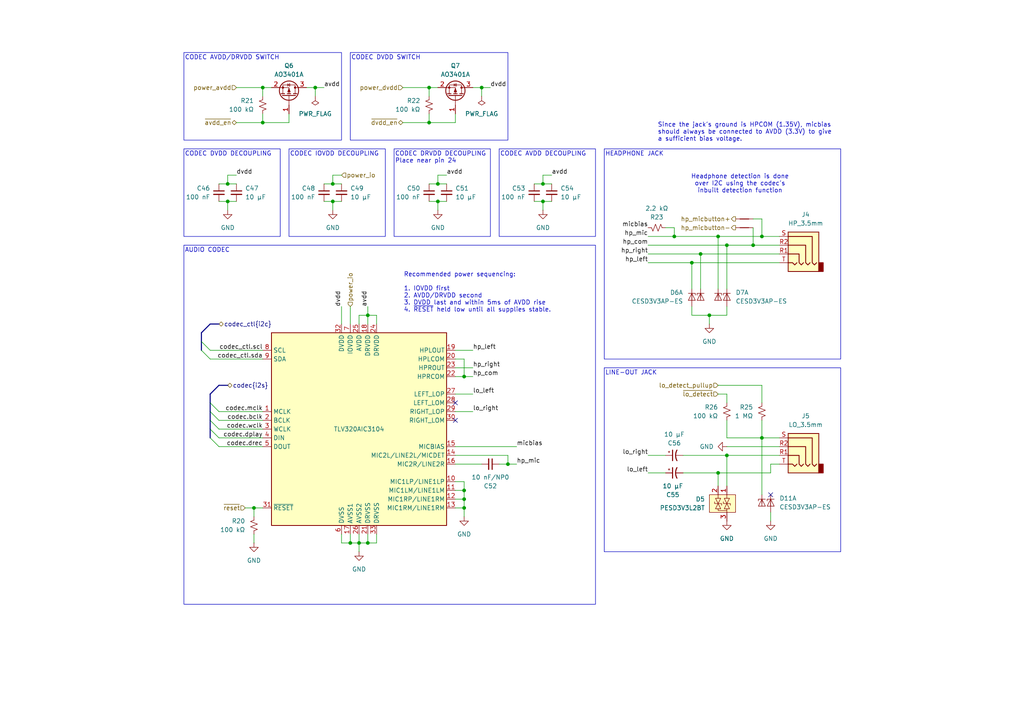
<source format=kicad_sch>
(kicad_sch (version 20250114) (generator "eeschema") (generator_version "9.0")
  (paper "A4")
  (title_block (title "Audio CODEC & 3.5mm jacks") (date "2024-11-14") (rev "Rev1") (comment 1 "Author: Aidan MacDonald") (comment 2 "Status: Released") (comment 3 "NOT RECOMMENDED FOR MANUFACTURE"))
  (lib_symbols
    (symbol "Connector_Audio:AudioJack4"
      (property "Reference" "J" (at 0 8.89 0))
      (property "Value" "AudioJack4" (at 0 6.35 0))
      (symbol "AudioJack4_0_1"
        (rectangle (start -6.35 -5.08) (end -7.62 -7.62) (stroke (width 0.254)) (fill (type outline)))
        (polyline (pts (xy -5.715 -5.08) (xy -5.08 -5.715) (xy -4.445 -5.08) (xy -4.445 2.54) (xy 2.54 2.54)) (stroke (width 0.254)))
        (polyline (pts (xy -1.905 -5.08) (xy -1.27 -5.715) (xy -0.635 -5.08) (xy -0.635 -2.54) (xy 2.54 -2.54)) (stroke (width 0.254)))
        (polyline (pts (xy 0 -5.08) (xy 0.635 -5.715) (xy 1.27 -5.08) (xy 2.54 -5.08)) (stroke (width 0.254)))
        (rectangle (start 2.54 3.81) (end -6.35 -7.62) (stroke (width 0.254)) (fill (type background)))
        (polyline (pts (xy 2.54 0) (xy -2.54 0) (xy -2.54 -5.08) (xy -3.175 -5.715) (xy -3.81 -5.08)) (stroke (width 0.254)))
      )
      (symbol "AudioJack4_1_1"
        (pin passive line (at 5.08 2.54 180) (length 2.54) (name "~") (number "S"))
        (pin passive line (at 5.08 0 180) (length 2.54) (name "~") (number "R2"))
        (pin passive line (at 5.08 -2.54 180) (length 2.54) (name "~") (number "R1"))
        (pin passive line (at 5.08 -5.08 180) (length 2.54) (name "~") (number "T"))
      )
    )
    (symbol "Device:C_Polarized_Small_US" (pin_numbers (hide yes)) (pin_names (offset 0.254) (hide yes))
      (property "Reference" "C" (at 0.254 1.778 0))
      (property "Value" "C_Polarized_Small_US" (at 0.254 -2.032 0))
      (symbol "C_Polarized_Small_US_0_1"
        (polyline (pts (xy -1.524 0.508) (xy 1.524 0.508)) (stroke (width 0.3048)))
        (polyline (pts (xy -1.27 1.524) (xy -0.762 1.524)))
        (polyline (pts (xy -1.016 1.27) (xy -1.016 1.778)))
        (arc (start -1.524 -0.762) (mid 0 -0.3734) (end 1.524 -0.762) (stroke (width 0.3048)))
      )
      (symbol "C_Polarized_Small_US_1_1"
        (pin passive line (at 0 2.54 270) (length 2.032) (name "~") (number "1"))
        (pin passive line (at 0 -2.54 90) (length 2.032) (name "~") (number "2"))
      )
    )
    (symbol "Device:C_Small" (pin_numbers (hide yes)) (pin_names (offset 0.254) (hide yes))
      (property "Reference" "C" (at 0.254 1.778 0))
      (property "Value" "C_Small" (at 0.254 -2.032 0))
      (symbol "C_Small_0_1"
        (polyline (pts (xy -1.524 0.508) (xy 1.524 0.508)) (stroke (width 0.3048)))
        (polyline (pts (xy -1.524 -0.508) (xy 1.524 -0.508)) (stroke (width 0.3302)))
      )
      (symbol "C_Small_1_1"
        (pin passive line (at 0 2.54 270) (length 2.032) (name "~") (number "1"))
        (pin passive line (at 0 -2.54 90) (length 2.032) (name "~") (number "2"))
      )
    )
    (symbol "Device:NetTie_2" (pin_numbers (hide yes)) (pin_names (offset 0) (hide yes)) (in_bom no)
      (property "Reference" "NT" (at 0 1.27 0))
      (property "Value" "NetTie_2" (at 0 -1.27 0))
      (symbol "NetTie_2_0_1"
        (polyline (pts (xy -1.27 0) (xy 1.27 0)) (stroke (width 0.254)))
      )
      (symbol "NetTie_2_1_1"
        (pin passive line (at -2.54 0 0) (length 2.54) (name "1") (number "1"))
        (pin passive line (at 2.54 0 180) (length 2.54) (name "2") (number "2"))
      )
    )
    (symbol "Device:R_Small_US" (pin_numbers (hide yes)) (pin_names (offset 0.254) (hide yes))
      (property "Reference" "R" (at 0.762 0.508 0))
      (property "Value" "R_Small_US" (at 0.762 -1.016 0))
      (symbol "R_Small_US_1_1"
        (polyline (pts (xy 0 1.524) (xy 1.016 1.143) (xy 0 0.762) (xy -1.016 0.381) (xy 0 0)))
        (polyline (pts (xy 0 0) (xy 1.016 -0.381) (xy 0 -0.762) (xy -1.016 -1.143) (xy 0 -1.524)))
        (pin passive line (at 0 2.54 270) (length 1.016) (name "~") (number "1"))
        (pin passive line (at 0 -2.54 90) (length 1.016) (name "~") (number "2"))
      )
    )
    (symbol "Transistor_FET:Q_PMOS_GSD" (pin_names (offset 0) (hide yes))
      (property "Reference" "Q" (at 5.08 1.905 0))
      (property "Value" "Q_PMOS_GSD" (at 5.08 0 0))
      (symbol "Q_PMOS_GSD_0_1"
        (polyline (pts (xy 0.254 1.905) (xy 0.254 -1.905)) (stroke (width 0.254)))
        (polyline (pts (xy 0.254 0) (xy -2.54 0)))
        (polyline (pts (xy 0.762 2.286) (xy 0.762 1.27)) (stroke (width 0.254)))
        (polyline (pts (xy 0.762 1.778) (xy 3.302 1.778) (xy 3.302 -1.778) (xy 0.762 -1.778)))
        (polyline (pts (xy 0.762 0.508) (xy 0.762 -0.508)) (stroke (width 0.254)))
        (polyline (pts (xy 0.762 -1.27) (xy 0.762 -2.286)) (stroke (width 0.254)))
        (circle (center 1.651 0) (radius 2.794) (stroke (width 0.254)))
        (polyline (pts (xy 2.286 0) (xy 1.27 0.381) (xy 1.27 -0.381) (xy 2.286 0)) (fill (type outline)))
        (polyline (pts (xy 2.54 2.54) (xy 2.54 1.778)))
        (circle (center 2.54 1.778) (radius 0.254) (fill (type outline)))
        (circle (center 2.54 -1.778) (radius 0.254) (fill (type outline)))
        (polyline (pts (xy 2.54 -2.54) (xy 2.54 0) (xy 0.762 0)))
        (polyline (pts (xy 2.921 -0.381) (xy 3.683 -0.381)))
        (polyline (pts (xy 3.302 -0.381) (xy 2.921 0.254) (xy 3.683 0.254) (xy 3.302 -0.381)))
      )
      (symbol "Q_PMOS_GSD_1_1"
        (pin input line (at -5.08 0 0) (length 2.54) (name "G") (number "1"))
        (pin passive line (at 2.54 5.08 270) (length 2.54) (name "D") (number "3"))
        (pin passive line (at 2.54 -5.08 90) (length 2.54) (name "S") (number "2"))
      )
    )
    (symbol "echoplayer:CESD3V3AP-ES" (pin_numbers (hide yes)) (pin_names (hide yes))
      (property "Reference" "D" (at -1.524 2.54 0))
      (property "Value" "CESD3V3AP-ES" (at 0 -2.54 0))
      (symbol "CESD3V3AP-ES_0_1"
        (polyline (pts (xy -1.27 1.016) (xy -1.27 -1.016) (xy -0.762 -1.016)))
        (polyline (pts (xy 0.762 1.016) (xy -1.27 0) (xy 0.762 -1.016) (xy 0.762 1.016)))
        (polyline (pts (xy 0.762 0) (xy -1.27 0)))
      )
      (symbol "CESD3V3AP-ES_1_1"
        (pin passive line (at -2.54 0 0) (length 2.54) (name "K1") (number "1"))
        (pin passive line (at 2.54 0 180) (length 2.54) (name "A") (number "3"))
      )
      (symbol "CESD3V3AP-ES_2_1"
        (pin passive line (at -2.54 0 0) (length 2.54) (name "K2") (number "2"))
      )
    )
    (symbol "echoplayer:PESD3V3L2BT" (pin_names (offset 0.002) (hide yes))
      (property "Reference" "D" (at -1.524 3.556 0))
      (property "Value" "PESD3V3L2BT" (at 0 -6.604 0))
      (symbol "PESD3V3L2BT_0_1"
        (polyline (pts (xy -1.524 0.762) (xy 0 0) (xy -1.524 -0.762) (xy -1.524 0.762)))
        (polyline (pts (xy -1.524 -1.778) (xy 0 -2.54) (xy -1.524 -3.302) (xy -1.524 -1.778)))
        (polyline (pts (xy 1.524 0.762) (xy 0 0) (xy 1.524 -0.762) (xy 1.524 0.762)))
        (polyline (pts (xy 1.524 -1.778) (xy 0 -2.54) (xy 1.524 -3.302) (xy 1.524 -1.778)))
      )
      (symbol "PESD3V3L2BT_1_1"
        (rectangle (start -2.54 2.54) (end 2.54 -5.08) (fill (type background)))
        (polyline (pts (xy -2.54 0) (xy -1.524 0)))
        (polyline (pts (xy -2.54 -2.54) (xy -1.524 -2.54)))
        (polyline (pts (xy -0.508 -1.016) (xy 0 -1.016) (xy 0 1.016) (xy 0.508 1.016)))
        (polyline (pts (xy -0.508 -3.556) (xy 0 -3.556) (xy 0 -1.524) (xy 0.508 -1.524)))
        (polyline (pts (xy 2.032 0) (xy 2.032 -2.54) (xy 1.524 -2.54)))
        (polyline (pts (xy 2.54 0) (xy 1.524 0)))
        (pin passive line (at -5.08 0 0) (length 2.54) (name "IO1") (number "1"))
        (pin passive line (at -5.08 -2.54 0) (length 2.54) (name "IO2") (number "2"))
        (pin passive line (at 5.08 0 180) (length 2.54) (name "GND") (number "3"))
      )
    )
    (symbol "echoplayer:TLV320AIC3104"
      (property "Value" "TLV320AIC3104" (at -7.366 0 0))
      (symbol "TLV320AIC3104_0_1"
        (rectangle (start -25.4 27.94) (end 25.4 -27.94) (stroke (width 0.254)) (fill (type background)))
      )
      (symbol "TLV320AIC3104_1_1"
        (pin bidirectional line (at -27.94 22.86 0) (length 2.54) (name "SCL") (number "8"))
        (pin bidirectional line (at -27.94 20.32 0) (length 2.54) (name "SDA") (number "9"))
        (pin input line (at -27.94 5.08 0) (length 2.54) (name "MCLK") (number "1"))
        (pin bidirectional line (at -27.94 2.54 0) (length 2.54) (name "BCLK") (number "2"))
        (pin bidirectional line (at -27.94 0 0) (length 2.54) (name "WCLK") (number "3"))
        (pin input line (at -27.94 -2.54 0) (length 2.54) (name "DIN") (number "4"))
        (pin output line (at -27.94 -5.08 0) (length 2.54) (name "DOUT") (number "5"))
        (pin input line (at -27.94 -22.86 0) (length 2.54) (name "~{RESET}") (number "31"))
        (pin power_in line (at -5.08 30.48 270) (length 2.54) (name "DVDD") (number "32"))
        (pin power_in line (at -5.08 -30.48 90) (length 2.54) (name "DVSS") (number "6"))
        (pin power_in line (at -2.54 30.48 270) (length 2.54) (name "IOVDD") (number "7"))
        (pin power_in line (at -2.54 -30.48 90) (length 2.54) (name "AVSS1") (number "17"))
        (pin power_in line (at 0 30.48 270) (length 2.54) (name "AVDD") (number "25"))
        (pin power_in line (at 0 -30.48 90) (length 2.54) (name "AVSS2") (number "26"))
        (pin power_in line (at 2.54 30.48 270) (length 2.54) (name "DRVDD") (number "18"))
        (pin power_in line (at 2.54 -30.48 90) (length 2.54) (name "DRVSS") (number "21"))
        (pin power_in line (at 5.08 30.48 270) (length 2.54) (name "DRVDD") (number "24"))
        (pin power_in line (at 5.08 -30.48 90) (length 2.54) (name "DRVSS") (number "33"))
        (pin output line (at 27.94 22.86 180) (length 2.54) (name "HPLOUT") (number "19"))
        (pin output line (at 27.94 20.32 180) (length 2.54) (name "HPLCOM") (number "20"))
        (pin output line (at 27.94 17.78 180) (length 2.54) (name "HPROUT") (number "23"))
        (pin input line (at 27.94 15.24 180) (length 2.54) (name "HPRCOM") (number "22"))
        (pin output line (at 27.94 10.16 180) (length 2.54) (name "LEFT_LOP") (number "27"))
        (pin output line (at 27.94 7.62 180) (length 2.54) (name "LEFT_LOM") (number "28"))
        (pin output line (at 27.94 5.08 180) (length 2.54) (name "RIGHT_LOP") (number "29"))
        (pin output line (at 27.94 2.54 180) (length 2.54) (name "RIGHT_LOM") (number "30"))
        (pin power_out line (at 27.94 -5.08 180) (length 2.54) (name "MICBIAS") (number "15"))
        (pin input line (at 27.94 -7.62 180) (length 2.54) (name "MIC2L/LINE2L/MICDET") (number "14"))
        (pin input line (at 27.94 -10.16 180) (length 2.54) (name "MIC2R/LINE2R") (number "16"))
        (pin input line (at 27.94 -15.24 180) (length 2.54) (name "MIC1LP/LINE1LP") (number "10"))
        (pin input line (at 27.94 -17.78 180) (length 2.54) (name "MIC1LM/LINE1LM") (number "11"))
        (pin input line (at 27.94 -20.32 180) (length 2.54) (name "MIC1RP/LINE1RM") (number "12"))
        (pin input line (at 27.94 -22.86 180) (length 2.54) (name "MIC1RM/LINE1RM") (number "13"))
      )
    )
    (symbol "power:GND" (power) (pin_numbers (hide yes)) (pin_names (offset 0) (hide yes))
      (property "Value" "GND" (at 0 -3.81 0))
      (symbol "GND_0_1"
        (polyline (pts (xy 0 0) (xy 0 -1.27) (xy 1.27 -1.27) (xy 0 -2.54) (xy -1.27 -1.27) (xy 0 -1.27)))
      )
      (symbol "GND_1_1"
        (pin power_in line (at 0 0 270) (length 0) (name "~") (number "1"))
      )
    )
    (symbol "power:PWR_FLAG" (power) (pin_numbers (hide yes)) (pin_names (offset 0) (hide yes))
      (property "Value" "PWR_FLAG" (at 0 3.81 0))
      (symbol "PWR_FLAG_0_0"
        (pin power_out line (at 0 0 90) (length 0) (name "~") (number "1"))
      )
      (symbol "PWR_FLAG_0_1"
        (polyline (pts (xy 0 0) (xy 0 1.27) (xy -1.016 1.905) (xy 0 2.54) (xy 1.016 1.905) (xy 0 1.27)))
      )
    )
  )
  (rectangle (start 175.26 43.18) (end 243.84 104.14))
  (rectangle (start 101.6 15.24) (end 147.32 40.64))
  (rectangle (start 175.26 106.68) (end 243.84 160.02))
  (rectangle (start 53.34 71.12) (end 172.72 175.26))
  (rectangle (start 114.3 43.18) (end 142.24 68.58))
  (rectangle (start 144.78 43.18) (end 172.72 68.58))
  (rectangle (start 83.82 43.18) (end 111.76 68.58))
  (rectangle (start 53.34 15.24) (end 99.06 40.64))
  (rectangle (start 53.34 43.18) (end 81.28 68.58))
  (text "HEADPHONE JACK" (at 175.514 43.942 0) (effects (font (size 1.27 1.27)) (justify left top)))
  (text "CODEC AVDD DECOUPLING" (at 145.034 43.942 0) (effects (font (size 1.27 1.27)) (justify left top)))
  (text "CODEC AVDD/DRVDD SWITCH" (at 53.594 16.764 0) (effects (font (size 1.27 1.27)) (justify left)))
  (text "CODEC DRVDD DECOUPLING\nPlace near pin 24" (at 114.554 43.942 0) (effects (font (size 1.27 1.27)) (justify left top)))
  (text "Headphone detection is done\nover I2C using the codec's\ninbuilt detection function" (at 214.63 53.34 0) (effects (font (size 1.27 1.27))))
  (text "CODEC DVDD DECOUPLING" (at 53.594 43.942 0) (effects (font (size 1.27 1.27)) (justify left top)))
  (text "LINE-OUT JACK" (at 175.514 107.442 0) (effects (font (size 1.27 1.27)) (justify left top)))
  (text "CODEC IOVDD DECOUPLING" (at 84.074 43.942 0) (effects (font (size 1.27 1.27)) (justify left top)))
  (text "Since the jack's ground is HPCOM (1.35V), micbias\nshould always be connected to AVDD (3.3V) to give\na sufficient bias voltage." (at 190.754 38.354 0) (effects (font (size 1.27 1.27)) (justify left)))
  (text "AUDIO CODEC" (at 53.594 71.882 0) (effects (font (size 1.27 1.27)) (justify left top)))
  (text "Recommended power sequencing:\n\n1. IOVDD first\n2. AVDD/DRVDD second\n3. DVDD last and within 5ms of AVDD rise\n4. ~{RESET} held low until all supplies stable." (at 117.094 84.836 0) (effects (font (size 1.27 1.27)) (justify left)))
  (text "CODEC DVDD SWITCH" (at 101.854 16.764 0) (effects (font (size 1.27 1.27)) (justify left)))
  (junction (at 157.48 58.42))
  (junction (at 139.7 25.4))
  (junction (at 147.32 134.62))
  (junction (at 76.2 35.56))
  (junction (at 96.52 53.34))
  (junction (at 208.28 68.58))
  (junction (at 104.14 157.48))
  (junction (at 66.04 58.42))
  (junction (at 106.68 91.44))
  (junction (at 73.66 147.32))
  (junction (at 210.82 71.12))
  (junction (at 134.62 147.32))
  (junction (at 218.44 71.12))
  (junction (at 96.52 58.42))
  (junction (at 200.66 76.2))
  (junction (at 205.74 91.44))
  (junction (at 66.04 53.34))
  (junction (at 124.46 25.4))
  (junction (at 203.2 73.66))
  (junction (at 127 53.34))
  (junction (at 76.2 25.4))
  (junction (at 220.98 127))
  (junction (at 127 58.42))
  (junction (at 134.62 142.24))
  (junction (at 106.68 157.48))
  (junction (at 195.58 68.58))
  (junction (at 157.48 53.34))
  (junction (at 208.28 137.16))
  (junction (at 210.82 132.08))
  (junction (at 101.6 157.48))
  (junction (at 91.44 25.4))
  (junction (at 134.62 144.78))
  (junction (at 220.98 68.58))
  (junction (at 124.46 35.56))
  (junction (at 134.62 109.22))
  (no_connect (at 223.52 143.51))
  (no_connect (at 132.08 116.84))
  (no_connect (at 132.08 121.92))
  (bus_entry (at 60.96 116.84) (size 2.54 2.54))
  (bus_entry (at 58.42 101.6) (size 2.54 2.54))
  (bus_entry (at 60.96 119.38) (size 2.54 2.54))
  (bus_entry (at 60.96 124.46) (size 2.54 2.54))
  (bus_entry (at 58.42 99.06) (size 2.54 2.54))
  (bus_entry (at 60.96 127) (size 2.54 2.54))
  (bus_entry (at 60.96 121.92) (size 2.54 2.54))
  (wire (pts (xy 200.66 76.2) (xy 200.66 83.82)))
  (wire (pts (xy 106.68 154.94) (xy 106.68 157.48)))
  (wire (pts (xy 104.14 91.44) (xy 106.68 91.44)))
  (wire (pts (xy 134.62 149.86) (xy 134.62 147.32)))
  (wire (pts (xy 157.48 58.42) (xy 160.02 58.42)))
  (wire (pts (xy 96.52 50.8) (xy 96.52 53.34)))
  (wire (pts (xy 226.06 127) (xy 220.98 127)))
  (wire (pts (xy 208.28 137.16) (xy 223.52 137.16)))
  (wire (pts (xy 134.62 144.78) (xy 134.62 147.32)))
  (wire (pts (xy 66.04 60.96) (xy 66.04 58.42)))
  (wire (pts (xy 210.82 132.08) (xy 226.06 132.08)))
  (bus (pts (xy 60.96 116.84) (xy 60.96 119.38)))
  (wire (pts (xy 134.62 104.14) (xy 134.62 109.22)))
  (wire (pts (xy 73.66 147.32) (xy 76.2 147.32)))
  (wire (pts (xy 147.32 134.62) (xy 149.86 134.62)))
  (wire (pts (xy 132.08 129.54) (xy 149.86 129.54)))
  (wire (pts (xy 220.98 63.5) (xy 220.98 68.58)))
  (bus (pts (xy 60.96 124.46) (xy 60.96 127)))
  (wire (pts (xy 99.06 154.94) (xy 99.06 157.48)))
  (wire (pts (xy 132.08 142.24) (xy 134.62 142.24)))
  (wire (pts (xy 208.28 68.58) (xy 208.28 83.82)))
  (wire (pts (xy 71.12 147.32) (xy 73.66 147.32)))
  (wire (pts (xy 134.62 109.22) (xy 137.16 109.22)))
  (wire (pts (xy 60.96 101.6) (xy 76.2 101.6)))
  (wire (pts (xy 195.58 68.58) (xy 208.28 68.58)))
  (wire (pts (xy 203.2 73.66) (xy 203.2 83.82)))
  (wire (pts (xy 76.2 35.56) (xy 68.58 35.56)))
  (wire (pts (xy 127 50.8) (xy 127 53.34)))
  (wire (pts (xy 83.82 33.02) (xy 83.82 35.56)))
  (wire (pts (xy 106.68 88.9) (xy 106.68 91.44)))
  (wire (pts (xy 106.68 91.44) (xy 106.68 93.98)))
  (wire (pts (xy 210.82 129.54) (xy 226.06 129.54)))
  (wire (pts (xy 104.14 154.94) (xy 104.14 157.48)))
  (wire (pts (xy 66.04 53.34) (xy 68.58 53.34)))
  (wire (pts (xy 218.44 63.5) (xy 220.98 63.5)))
  (wire (pts (xy 203.2 73.66) (xy 226.06 73.66)))
  (wire (pts (xy 200.66 76.2) (xy 226.06 76.2)))
  (wire (pts (xy 106.68 91.44) (xy 109.22 91.44)))
  (wire (pts (xy 218.44 66.04) (xy 218.44 71.12)))
  (bus (pts (xy 58.42 99.06) (xy 58.42 101.6)))
  (wire (pts (xy 93.98 58.42) (xy 96.52 58.42)))
  (wire (pts (xy 99.06 88.9) (xy 99.06 93.98)))
  (wire (pts (xy 208.28 68.58) (xy 220.98 68.58)))
  (wire (pts (xy 109.22 157.48) (xy 106.68 157.48)))
  (wire (pts (xy 218.44 71.12) (xy 226.06 71.12)))
  (bus (pts (xy 60.96 93.98) (xy 63.5 93.98)))
  (wire (pts (xy 210.82 88.9) (xy 210.82 91.44)))
  (wire (pts (xy 104.14 157.48) (xy 104.14 160.02)))
  (wire (pts (xy 91.44 25.4) (xy 93.98 25.4)))
  (wire (pts (xy 96.52 58.42) (xy 99.06 58.42)))
  (wire (pts (xy 210.82 114.3) (xy 208.28 114.3)))
  (wire (pts (xy 91.44 25.4) (xy 91.44 27.94)))
  (wire (pts (xy 144.78 134.62) (xy 147.32 134.62)))
  (wire (pts (xy 208.28 137.16) (xy 208.28 140.97)))
  (wire (pts (xy 187.96 73.66) (xy 203.2 73.66)))
  (bus (pts (xy 60.96 114.3) (xy 60.96 116.84)))
  (wire (pts (xy 109.22 91.44) (xy 109.22 93.98)))
  (wire (pts (xy 132.08 109.22) (xy 134.62 109.22)))
  (wire (pts (xy 154.94 58.42) (xy 157.48 58.42)))
  (wire (pts (xy 132.08 119.38) (xy 137.16 119.38)))
  (wire (pts (xy 76.2 33.02) (xy 76.2 35.56)))
  (wire (pts (xy 132.08 114.3) (xy 137.16 114.3)))
  (wire (pts (xy 220.98 127) (xy 220.98 121.92)))
  (wire (pts (xy 137.16 25.4) (xy 139.7 25.4)))
  (wire (pts (xy 210.82 71.12) (xy 218.44 71.12)))
  (wire (pts (xy 124.46 35.56) (xy 116.84 35.56)))
  (wire (pts (xy 223.52 137.16) (xy 223.52 134.62)))
  (wire (pts (xy 66.04 50.8) (xy 68.58 50.8)))
  (wire (pts (xy 132.08 144.78) (xy 134.62 144.78)))
  (wire (pts (xy 139.7 25.4) (xy 142.24 25.4)))
  (bus (pts (xy 60.96 119.38) (xy 60.96 121.92)))
  (wire (pts (xy 63.5 53.34) (xy 66.04 53.34)))
  (wire (pts (xy 147.32 132.08) (xy 147.32 134.62)))
  (wire (pts (xy 73.66 154.94) (xy 73.66 157.48)))
  (wire (pts (xy 101.6 154.94) (xy 101.6 157.48)))
  (bus (pts (xy 58.42 96.52) (xy 60.96 93.98)))
  (wire (pts (xy 187.96 71.12) (xy 210.82 71.12)))
  (wire (pts (xy 132.08 139.7) (xy 134.62 139.7)))
  (wire (pts (xy 210.82 116.84) (xy 210.82 114.3)))
  (wire (pts (xy 198.12 137.16) (xy 208.28 137.16)))
  (wire (pts (xy 104.14 93.98) (xy 104.14 91.44)))
  (wire (pts (xy 154.94 53.34) (xy 157.48 53.34)))
  (wire (pts (xy 193.04 66.04) (xy 195.58 66.04)))
  (wire (pts (xy 68.58 25.4) (xy 76.2 25.4)))
  (wire (pts (xy 210.82 127) (xy 220.98 127)))
  (wire (pts (xy 127 60.96) (xy 127 58.42)))
  (wire (pts (xy 223.52 134.62) (xy 226.06 134.62)))
  (wire (pts (xy 93.98 53.34) (xy 96.52 53.34)))
  (wire (pts (xy 76.2 25.4) (xy 76.2 27.94)))
  (wire (pts (xy 63.5 124.46) (xy 76.2 124.46)))
  (wire (pts (xy 132.08 35.56) (xy 124.46 35.56)))
  (wire (pts (xy 116.84 25.4) (xy 124.46 25.4)))
  (wire (pts (xy 88.9 25.4) (xy 91.44 25.4)))
  (wire (pts (xy 127 50.8) (xy 129.54 50.8)))
  (wire (pts (xy 132.08 134.62) (xy 139.7 134.62)))
  (wire (pts (xy 210.82 71.12) (xy 210.82 83.82)))
  (wire (pts (xy 106.68 157.48) (xy 104.14 157.48)))
  (wire (pts (xy 96.52 53.34) (xy 99.06 53.34)))
  (wire (pts (xy 205.74 91.44) (xy 205.74 93.98)))
  (wire (pts (xy 60.96 104.14) (xy 76.2 104.14)))
  (wire (pts (xy 63.5 127) (xy 76.2 127)))
  (wire (pts (xy 63.5 129.54) (xy 76.2 129.54)))
  (wire (pts (xy 101.6 88.9) (xy 101.6 93.98)))
  (wire (pts (xy 223.52 148.59) (xy 223.52 151.13)))
  (wire (pts (xy 157.48 50.8) (xy 160.02 50.8)))
  (wire (pts (xy 132.08 33.02) (xy 132.08 35.56)))
  (wire (pts (xy 63.5 119.38) (xy 76.2 119.38)))
  (wire (pts (xy 109.22 154.94) (xy 109.22 157.48)))
  (wire (pts (xy 134.62 139.7) (xy 134.62 142.24)))
  (wire (pts (xy 63.5 58.42) (xy 66.04 58.42)))
  (wire (pts (xy 76.2 25.4) (xy 78.74 25.4)))
  (wire (pts (xy 101.6 157.48) (xy 104.14 157.48)))
  (wire (pts (xy 96.52 50.8) (xy 99.06 50.8)))
  (wire (pts (xy 124.46 33.02) (xy 124.46 35.56)))
  (wire (pts (xy 139.7 25.4) (xy 139.7 27.94)))
  (wire (pts (xy 187.96 132.08) (xy 193.04 132.08)))
  (wire (pts (xy 195.58 66.04) (xy 195.58 68.58)))
  (bus (pts (xy 60.96 121.92) (xy 60.96 124.46)))
  (wire (pts (xy 157.48 53.34) (xy 160.02 53.34)))
  (wire (pts (xy 124.46 25.4) (xy 124.46 27.94)))
  (wire (pts (xy 132.08 104.14) (xy 134.62 104.14)))
  (wire (pts (xy 210.82 121.92) (xy 210.82 127)))
  (wire (pts (xy 200.66 91.44) (xy 205.74 91.44)))
  (wire (pts (xy 134.62 147.32) (xy 132.08 147.32)))
  (wire (pts (xy 83.82 35.56) (xy 76.2 35.56)))
  (wire (pts (xy 132.08 101.6) (xy 137.16 101.6)))
  (wire (pts (xy 63.5 121.92) (xy 76.2 121.92)))
  (wire (pts (xy 208.28 111.76) (xy 220.98 111.76)))
  (wire (pts (xy 132.08 132.08) (xy 147.32 132.08)))
  (wire (pts (xy 220.98 127) (xy 220.98 143.51)))
  (wire (pts (xy 187.96 76.2) (xy 200.66 76.2)))
  (wire (pts (xy 66.04 58.42) (xy 68.58 58.42)))
  (wire (pts (xy 157.48 50.8) (xy 157.48 53.34)))
  (wire (pts (xy 127 58.42) (xy 129.54 58.42)))
  (wire (pts (xy 200.66 88.9) (xy 200.66 91.44)))
  (wire (pts (xy 220.98 68.58) (xy 226.06 68.58)))
  (bus (pts (xy 58.42 96.52) (xy 58.42 99.06)))
  (wire (pts (xy 124.46 25.4) (xy 127 25.4)))
  (wire (pts (xy 198.12 132.08) (xy 210.82 132.08)))
  (wire (pts (xy 66.04 50.8) (xy 66.04 53.34)))
  (wire (pts (xy 99.06 157.48) (xy 101.6 157.48)))
  (wire (pts (xy 134.62 142.24) (xy 134.62 144.78)))
  (bus (pts (xy 63.5 111.76) (xy 60.96 114.3)))
  (bus (pts (xy 63.5 111.76) (xy 66.04 111.76)))
  (wire (pts (xy 210.82 132.08) (xy 210.82 140.97)))
  (wire (pts (xy 187.96 68.58) (xy 195.58 68.58)))
  (wire (pts (xy 157.48 60.96) (xy 157.48 58.42)))
  (wire (pts (xy 210.82 91.44) (xy 205.74 91.44)))
  (wire (pts (xy 127 53.34) (xy 129.54 53.34)))
  (wire (pts (xy 132.08 106.68) (xy 137.16 106.68)))
  (wire (pts (xy 96.52 60.96) (xy 96.52 58.42)))
  (wire (pts (xy 124.46 58.42) (xy 127 58.42)))
  (wire (pts (xy 73.66 147.32) (xy 73.66 149.86)))
  (wire (pts (xy 124.46 53.34) (xy 127 53.34)))
  (wire (pts (xy 220.98 111.76) (xy 220.98 116.84)))
  (wire (pts (xy 187.96 137.16) (xy 193.04 137.16)))
  (label "lo_right" (at 187.96 132.08 180))
  (label "codec_ctl.scl" (at 76.2 101.6 180))
  (label "codec.dplay" (at 76.2 127 180))
  (label "micbias" (at 149.86 129.54 0))
  (label "hp_mic" (at 187.96 68.58 180))
  (label "avdd" (at 93.98 25.4 0))
  (label "micbias" (at 187.96 66.04 180))
  (label "codec.mclk" (at 76.2 119.38 180))
  (label "hp_mic" (at 149.86 134.62 0))
  (label "hp_left" (at 187.96 76.2 180))
  (label "dvdd" (at 142.24 25.4 0))
  (label "lo_left" (at 137.16 114.3 0))
  (label "codec.drec" (at 76.2 129.54 180))
  (label "hp_right" (at 187.96 73.66 180))
  (label "codec.bclk" (at 76.2 121.92 180))
  (label "codec_ctl.sda" (at 76.2 104.14 180))
  (label "lo_right" (at 137.16 119.38 0))
  (label "hp_com" (at 137.16 109.22 0))
  (label "dvdd" (at 99.06 88.9 90))
  (label "dvdd" (at 68.58 50.8 0))
  (label "avdd" (at 129.54 50.8 0))
  (label "hp_right" (at 137.16 106.68 0))
  (label "codec.wclk" (at 76.2 124.46 180))
  (label "lo_left" (at 187.96 137.16 180))
  (label "avdd" (at 106.68 88.9 90))
  (label "hp_left" (at 137.16 101.6 0))
  (label "hp_com" (at 187.96 71.12 180))
  (label "avdd" (at 160.02 50.8 0))
  (hierarchical_label "~{dvdd_en}" (shape tri_state) (at 116.84 35.56 180))
  (hierarchical_label "codec{i2s}" (shape bidirectional) (at 66.04 111.76 0))
  (hierarchical_label "power_avdd" (shape input) (at 68.58 25.4 180))
  (hierarchical_label "hp_micbutton-" (shape output) (at 213.36 66.04 180))
  (hierarchical_label "codec_ctl{i2c}" (shape bidirectional) (at 63.5 93.98 0))
  (hierarchical_label "~{avdd_en}" (shape tri_state) (at 68.58 35.56 180))
  (hierarchical_label "~{lo_detect}" (shape input) (at 208.28 114.3 180) (effects (font (thickness 0.1588))))
  (hierarchical_label "power_io" (shape input) (at 99.06 50.8 0))
  (hierarchical_label "power_dvdd" (shape input) (at 116.84 25.4 180))
  (hierarchical_label "~{reset}" (shape input) (at 71.12 147.32 180))
  (hierarchical_label "power_io" (shape input) (at 101.6 88.9 90))
  (hierarchical_label "hp_micbutton+" (shape output) (at 213.36 63.5 180))
  (hierarchical_label "lo_detect_pullup" (shape input) (at 208.28 111.76 180) (effects (font (thickness 0.1588))))
  (symbol (lib_id "power:PWR_FLAG") (at 91.44 27.94 180) (unit 1)
    (property "Reference" "#FLG06" (effects (hide yes)))
    (property "Value" "PWR_FLAG" (at 91.44 33.02 0))
    (property "Description" "Special symbol for telling ERC where power comes from" (effects (hide yes)))
  )
  (symbol (lib_id "Device:C_Small") (at 93.98 55.88 0) (mirror y) (unit 1)
    (property "Reference" "C48" (at 91.44 54.6162 0) (effects (justify left)))
    (property "Value" "100 nF" (at 91.44 57.1562 0) (effects (justify left)))
    (property "Footprint" "Capacitor_SMD:C_0402_1005Metric" (effects (hide yes)))
    (property "Description" "Unpolarized capacitor, small symbol" (effects (hide yes)))
    (property "LCSC#" "C77020" (effects (hide yes)))
  )
  (symbol (lib_id "Device:R_Small_US") (at 210.82 119.38 0) (mirror y) (unit 1)
    (property "Reference" "R26" (at 208.28 118.1099 0) (effects (justify left)))
    (property "Value" "100 kΩ" (at 208.28 120.6499 0) (effects (justify left)))
    (property "Footprint" "Resistor_SMD:R_0402_1005Metric" (effects (hide yes)))
    (property "Description" "Resistor, small US symbol" (effects (hide yes)))
    (property "LCSC#" "C60491" (effects (hide yes)))
  )
  (symbol (lib_id "echoplayer:CESD3V3AP-ES") (at 220.98 146.05 270) (unit 2)
    (property "Reference" "D11" (effects (hide yes)))
    (property "Value" "CESD3V3AP-ES" (effects (hide yes)))
    (property "Footprint" "Package_TO_SOT_SMD:SOT-23" (effects (hide yes)))
    (property "Datasheet" "https://www.lcsc.com/datasheet/lcsc_datasheet_2409051031_ElecSuper-CESD3V3AP-ES_C5199223.pdf" (effects (hide yes)))
    (property "Description" "Unidirectional dual ESD protection diode array, 3.3V, Common Anode, SOT-23" (effects (hide yes)))
    (property "LCSC#" "C5199223" (effects (hide yes)))
  )
  (symbol (lib_id "Device:R_Small_US") (at 220.98 119.38 0) (mirror y) (unit 1)
    (property "Reference" "R25" (at 218.44 118.1099 0) (effects (justify left)))
    (property "Value" "1 MΩ" (at 218.44 120.6499 0) (effects (justify left)))
    (property "Footprint" "Resistor_SMD:R_0402_1005Metric" (effects (hide yes)))
    (property "Description" "Resistor, small US symbol" (effects (hide yes)))
    (property "LCSC#" "C138033" (effects (hide yes)))
  )
  (symbol (lib_id "Device:C_Small") (at 129.54 55.88 0) (unit 1)
    (property "Reference" "C51" (at 132.08 54.6162 0) (effects (justify left)))
    (property "Value" "10 µF" (at 132.08 57.1562 0) (effects (justify left)))
    (property "Footprint" "Capacitor_SMD:C_0603_1608Metric" (effects (hide yes)))
    (property "Description" "Unpolarized capacitor, small symbol" (effects (hide yes)))
    (property "LCSC#" "C91606" (effects (hide yes)))
  )
  (symbol (lib_id "Device:NetTie_2") (at 215.9 63.5 0) (unit 1) (in_bom no)
    (property "Reference" "NT1" (effects (hide yes)))
    (property "Value" "NetTie_2" (effects (hide yes)))
    (property "Footprint" "echoplayer:NetTie_0.15mm_SMD" (effects (hide yes)))
    (property "Description" "Net tie, 2 pins" (effects (hide yes)))
  )
  (symbol (lib_id "Device:C_Small") (at 68.58 55.88 0) (unit 1)
    (property "Reference" "C47" (at 71.12 54.6162 0) (effects (justify left)))
    (property "Value" "10 µF" (at 71.12 57.1562 0) (effects (justify left)))
    (property "Footprint" "Capacitor_SMD:C_0603_1608Metric" (effects (hide yes)))
    (property "Description" "Unpolarized capacitor, small symbol" (effects (hide yes)))
    (property "LCSC#" "C91606" (effects (hide yes)))
  )
  (symbol (lib_id "power:GND") (at 223.52 151.13 0) (unit 1)
    (property "Reference" "#PWR051" (effects (hide yes)))
    (property "Value" "GND" (at 223.52 156.21 0))
    (property "Description" "Power symbol creates a global label with name \"GND\" , ground" (effects (hide yes)))
  )
  (symbol (lib_id "Transistor_FET:Q_PMOS_GSD") (at 132.08 27.94 270) (mirror x) (unit 1)
    (property "Reference" "Q7" (at 132.08 19.05 90))
    (property "Value" "AO3401A" (at 132.08 21.59 90))
    (property "Footprint" "Package_TO_SOT_SMD:SOT-23" (effects (hide yes)))
    (property "Datasheet" "https://www.lcsc.com/datasheet/lcsc_datasheet_2311091734_UMW-Youtai-Semiconductor-Co---Ltd--AO3401A_C347476.pdf" (effects (hide yes)))
    (property "Description" "P-MOSFET transistor, gate/source/drain" (effects (hide yes)))
    (property "LCSC#" "C347476" (effects (hide yes)))
  )
  (symbol (lib_id "echoplayer:CESD3V3AP-ES") (at 203.2 86.36 270) (unit 2)
    (property "Reference" "D6" (effects (hide yes)))
    (property "Value" "CESD3V3AP-ES" (effects (hide yes)))
    (property "Footprint" "Package_TO_SOT_SMD:SOT-23" (effects (hide yes)))
    (property "Datasheet" "https://www.lcsc.com/datasheet/lcsc_datasheet_2409051031_ElecSuper-CESD3V3AP-ES_C5199223.pdf" (effects (hide yes)))
    (property "Description" "Unidirectional dual ESD protection diode array, 3.3V, Common Anode, SOT-23" (effects (hide yes)))
    (property "LCSC#" "C5199223" (effects (hide yes)))
  )
  (symbol (lib_id "echoplayer:CESD3V3AP-ES") (at 210.82 86.36 270) (unit 1)
    (property "Reference" "D7" (at 213.36 84.8359 90) (effects (justify left)))
    (property "Value" "CESD3V3AP-ES" (at 213.36 87.3759 90) (effects (justify left)))
    (property "Footprint" "Package_TO_SOT_SMD:SOT-23" (effects (hide yes)))
    (property "Datasheet" "https://www.lcsc.com/datasheet/lcsc_datasheet_2409051031_ElecSuper-CESD3V3AP-ES_C5199223.pdf" (effects (hide yes)))
    (property "Description" "Unidirectional dual ESD protection diode array, 3.3V, Common Anode, SOT-23" (effects (hide yes)))
    (property "LCSC#" "C5199223" (effects (hide yes)))
  )
  (symbol (lib_id "power:PWR_FLAG") (at 139.7 27.94 180) (unit 1)
    (property "Reference" "#FLG05" (effects (hide yes)))
    (property "Value" "PWR_FLAG" (at 139.7 33.02 0))
    (property "Description" "Special symbol for telling ERC where power comes from" (effects (hide yes)))
  )
  (symbol (lib_id "Device:C_Small") (at 99.06 55.88 0) (unit 1)
    (property "Reference" "C49" (at 101.6 54.6162 0) (effects (justify left)))
    (property "Value" "10 µF" (at 101.6 57.1562 0) (effects (justify left)))
    (property "Footprint" "Capacitor_SMD:C_0603_1608Metric" (effects (hide yes)))
    (property "Description" "Unpolarized capacitor, small symbol" (effects (hide yes)))
    (property "LCSC#" "C91606" (effects (hide yes)))
  )
  (symbol (lib_id "Device:NetTie_2") (at 215.9 66.04 0) (unit 1) (in_bom no)
    (property "Reference" "NT2" (effects (hide yes)))
    (property "Value" "NetTie_2" (effects (hide yes)))
    (property "Footprint" "echoplayer:NetTie_0.15mm_SMD" (effects (hide yes)))
    (property "Description" "Net tie, 2 pins" (effects (hide yes)))
  )
  (symbol (lib_id "echoplayer:TLV320AIC3104") (at 104.14 124.46 0) (unit 1)
    (property "Reference" "U9" (effects (hide yes)))
    (property "Value" "TLV320AIC3104" (at 96.774 124.46 0) (effects (justify left)))
    (property "Footprint" "Package_DFN_QFN:Texas_RHB0032E_VQFN-32-1EP_5x5mm_P0.5mm_EP3.45x3.45mm_ThermalVias" (effects (hide yes)))
    (property "Datasheet" "http://www.ti.com/lit/ds/symlink/tlv320aic3104.pdf" (effects (hide yes)))
    (property "Description" "Low-Power Stereo Audio Codec for Portable Audio and Telephony, VQFN-32" (effects (hide yes)))
    (property "LCSC#" "C181753" (effects (hide yes)))
  )
  (symbol (lib_id "power:GND") (at 157.48 60.96 0) (unit 1)
    (property "Reference" "#PWR048" (effects (hide yes)))
    (property "Value" "GND" (at 157.48 66.04 0))
    (property "Description" "Power symbol creates a global label with name \"GND\" , ground" (effects (hide yes)))
  )
  (symbol (lib_id "Device:C_Small") (at 142.24 134.62 270) (mirror x) (unit 1)
    (property "Reference" "C52" (at 142.2336 140.97 90))
    (property "Value" "10 nF/NP0" (at 142.2336 138.43 90) (effects (font (thickness 0.1588))))
    (property "Footprint" "Capacitor_SMD:C_0603_1608Metric" (effects (hide yes)))
    (property "Description" "Unpolarized capacitor, small symbol" (effects (hide yes)))
    (property "LCSC#" "C85973" (effects (hide yes)))
  )
  (symbol (lib_id "Device:C_Polarized_Small_US") (at 195.58 132.08 90) (mirror x) (unit 1)
    (property "Reference" "C56" (at 195.58 128.524 90))
    (property "Value" "10 µF" (at 195.58 125.984 90))
    (property "Footprint" "Capacitor_SMD:CP_Elec_4x5.4" (effects (hide yes)))
    (property "Description" "Polarized capacitor, small US symbol" (effects (hide yes)))
    (property "LCSC#" "C72485" (effects (hide yes)))
  )
  (symbol (lib_id "Connector_Audio:AudioJack4") (at 231.14 71.12 0) (mirror y) (unit 1)
    (property "Reference" "J4" (at 233.68 62.23 0))
    (property "Value" "HP_3.5mm" (at 233.68 64.77 0))
    (property "Footprint" "echoplayer:Jack_3.5mm_HCTL_HC-PJ-320A-4P-D" (effects (hide yes)))
    (property "Datasheet" "https://www.lcsc.com/datasheet/lcsc_datasheet_2303141000_HCTL-HC-PJ-320A-4P-D_C5372851.pdf" (effects (hide yes)))
    (property "Description" "Audio Jack, 4 Poles (TRRS)" (effects (hide yes)))
    (property "LCSC#" "C5372851" (effects (hide yes)))
  )
  (symbol (lib_id "Device:C_Small") (at 154.94 55.88 0) (mirror y) (unit 1)
    (property "Reference" "C53" (at 152.4 54.6162 0) (effects (justify left)))
    (property "Value" "100 nF" (at 152.4 57.1562 0) (effects (justify left)))
    (property "Footprint" "Capacitor_SMD:C_0402_1005Metric" (effects (hide yes)))
    (property "Description" "Unpolarized capacitor, small symbol" (effects (hide yes)))
    (property "LCSC#" "C77020" (effects (hide yes)))
  )
  (symbol (lib_id "echoplayer:PESD3V3L2BT") (at 210.82 146.05 270) (unit 1)
    (property "Reference" "D5" (at 204.47 144.7799 90) (effects (justify right)))
    (property "Value" "PESD3V3L2BT" (at 204.47 147.3199 90) (effects (justify right)))
    (property "Footprint" "Package_TO_SOT_SMD:SOT-23" (effects (hide yes)))
    (property "Datasheet" "https://www.lcsc.com/datasheet/lcsc_datasheet_2410010101_TECH-PUBLIC-PESD3V3L2BT_C2923380.pdf" (effects (hide yes)))
    (property "Description" "Low capacitance bidirectional dual ESD protection diode array, 3.3V, SOT-23" (effects (hide yes)))
    (property "LCSC#" "C2923380" (effects (hide yes)))
  )
  (symbol (lib_id "power:GND") (at 205.74 93.98 0) (unit 1)
    (property "Reference" "#PWR050" (effects (hide yes)))
    (property "Value" "GND" (at 205.74 99.06 0))
    (property "Description" "Power symbol creates a global label with name \"GND\" , ground" (effects (hide yes)))
  )
  (symbol (lib_id "power:GND") (at 210.82 129.54 270) (unit 1)
    (property "Reference" "#PWR049" (effects (hide yes)))
    (property "Value" "GND" (at 207.01 129.5399 90) (effects (justify right)))
    (property "Description" "Power symbol creates a global label with name \"GND\" , ground" (effects (hide yes)))
  )
  (symbol (lib_id "Device:C_Small") (at 63.5 55.88 0) (mirror y) (unit 1)
    (property "Reference" "C46" (at 60.96 54.6162 0) (effects (justify left)))
    (property "Value" "100 nF" (at 60.96 57.1562 0) (effects (justify left)))
    (property "Footprint" "Capacitor_SMD:C_0402_1005Metric" (effects (hide yes)))
    (property "Description" "Unpolarized capacitor, small symbol" (effects (hide yes)))
    (property "LCSC#" "C77020" (effects (hide yes)))
  )
  (symbol (lib_id "Device:R_Small_US") (at 124.46 30.48 0) (mirror y) (unit 1)
    (property "Reference" "R22" (at 121.92 29.2099 0) (effects (justify left)))
    (property "Value" "100 kΩ" (at 121.92 31.7499 0) (effects (justify left)))
    (property "Footprint" "Resistor_SMD:R_0402_1005Metric" (effects (hide yes)))
    (property "Description" "Resistor, small US symbol" (effects (hide yes)))
    (property "LCSC#" "C60491" (effects (hide yes)))
  )
  (symbol (lib_id "Device:C_Polarized_Small_US") (at 195.58 137.16 90) (mirror x) (unit 1)
    (property "Reference" "C55" (at 195.1482 143.51 90))
    (property "Value" "10 µF" (at 195.1482 140.97 90))
    (property "Footprint" "Capacitor_SMD:CP_Elec_4x5.4" (effects (hide yes)))
    (property "Description" "Polarized capacitor, small US symbol" (effects (hide yes)))
    (property "LCSC#" "C72485" (effects (hide yes)))
  )
  (symbol (lib_id "Device:R_Small_US") (at 76.2 30.48 0) (mirror y) (unit 1)
    (property "Reference" "R21" (at 73.66 29.2099 0) (effects (justify left)))
    (property "Value" "100 kΩ" (at 73.66 31.7499 0) (effects (justify left)))
    (property "Footprint" "Resistor_SMD:R_0402_1005Metric" (effects (hide yes)))
    (property "Description" "Resistor, small US symbol" (effects (hide yes)))
    (property "LCSC#" "C60491" (effects (hide yes)))
  )
  (symbol (lib_id "Connector_Audio:AudioJack4") (at 231.14 129.54 0) (mirror y) (unit 1)
    (property "Reference" "J5" (at 233.68 120.65 0))
    (property "Value" "LO_3.5mm" (at 233.68 123.19 0))
    (property "Footprint" "echoplayer:Jack_3.5mm_HCTL_HC-PJ-320A-4P-D" (effects (hide yes)))
    (property "Datasheet" "https://www.lcsc.com/datasheet/lcsc_datasheet_2303141000_HCTL-HC-PJ-320A-4P-D_C5372851.pdf" (effects (hide yes)))
    (property "Description" "Audio Jack, 4 Poles (TRRS)" (effects (hide yes)))
    (property "LCSC#" "C5372851" (effects (hide yes)))
  )
  (symbol (lib_id "Device:C_Small") (at 160.02 55.88 0) (unit 1)
    (property "Reference" "C54" (at 162.56 54.6162 0) (effects (justify left)))
    (property "Value" "10 µF" (at 162.56 57.1562 0) (effects (justify left)))
    (property "Footprint" "Capacitor_SMD:C_0603_1608Metric" (effects (hide yes)))
    (property "Description" "Unpolarized capacitor, small symbol" (effects (hide yes)))
    (property "LCSC#" "C91606" (effects (hide yes)))
  )
  (symbol (lib_id "Device:R_Small_US") (at 190.5 66.04 90) (mirror x) (unit 1)
    (property "Reference" "R23" (at 190.5 62.992 90))
    (property "Value" "2.2 kΩ" (at 190.5 60.452 90))
    (property "Footprint" "Resistor_SMD:R_0402_1005Metric" (effects (hide yes)))
    (property "Description" "Resistor, small US symbol" (effects (hide yes)))
    (property "LCSC#" "C114762" (effects (hide yes)))
  )
  (symbol (lib_id "echoplayer:CESD3V3AP-ES") (at 200.66 86.36 90) (mirror x) (unit 1)
    (property "Reference" "D6" (at 198.12 84.8359 90) (effects (justify left)))
    (property "Value" "CESD3V3AP-ES" (at 198.12 87.3759 90) (effects (justify left)))
    (property "Footprint" "Package_TO_SOT_SMD:SOT-23" (effects (hide yes)))
    (property "Datasheet" "https://www.lcsc.com/datasheet/lcsc_datasheet_2409051031_ElecSuper-CESD3V3AP-ES_C5199223.pdf" (effects (hide yes)))
    (property "Description" "Unidirectional dual ESD protection diode array, 3.3V, Common Anode, SOT-23" (effects (hide yes)))
    (property "LCSC#" "C5199223" (effects (hide yes)))
  )
  (symbol (lib_id "Device:C_Small") (at 124.46 55.88 0) (mirror y) (unit 1)
    (property "Reference" "C50" (at 121.92 54.6162 0) (effects (justify left)))
    (property "Value" "100 nF" (at 121.92 57.1562 0) (effects (justify left)))
    (property "Footprint" "Capacitor_SMD:C_0402_1005Metric" (effects (hide yes)))
    (property "Description" "Unpolarized capacitor, small symbol" (effects (hide yes)))
    (property "LCSC#" "C77020" (effects (hide yes)))
  )
  (symbol (lib_id "echoplayer:CESD3V3AP-ES") (at 223.52 146.05 270) (unit 1)
    (property "Reference" "D11" (at 226.06 144.5259 90) (effects (justify left)))
    (property "Value" "CESD3V3AP-ES" (at 226.06 147.0659 90) (effects (justify left)))
    (property "Footprint" "Package_TO_SOT_SMD:SOT-23" (effects (hide yes)))
    (property "Datasheet" "https://www.lcsc.com/datasheet/lcsc_datasheet_2409051031_ElecSuper-CESD3V3AP-ES_C5199223.pdf" (effects (hide yes)))
    (property "Description" "Unidirectional dual ESD protection diode array, 3.3V, Common Anode, SOT-23" (effects (hide yes)))
    (property "LCSC#" "C5199223" (effects (hide yes)))
  )
  (symbol (lib_id "power:GND") (at 210.82 151.13 0) (unit 1)
    (property "Reference" "#PWR06" (effects (hide yes)))
    (property "Value" "GND" (at 210.82 156.21 0))
    (property "Description" "Power symbol creates a global label with name \"GND\" , ground" (effects (hide yes)))
  )
  (symbol (lib_id "power:GND") (at 73.66 157.48 0) (unit 1)
    (property "Reference" "#PWR044" (effects (hide yes)))
    (property "Value" "GND" (at 73.66 162.56 0))
    (property "Description" "Power symbol creates a global label with name \"GND\" , ground" (effects (hide yes)))
  )
  (symbol (lib_id "Transistor_FET:Q_PMOS_GSD") (at 83.82 27.94 270) (mirror x) (unit 1)
    (property "Reference" "Q6" (at 83.82 19.05 90))
    (property "Value" "AO3401A" (at 83.82 21.59 90))
    (property "Footprint" "Package_TO_SOT_SMD:SOT-23" (effects (hide yes)))
    (property "Datasheet" "https://www.lcsc.com/datasheet/lcsc_datasheet_2311091734_UMW-Youtai-Semiconductor-Co---Ltd--AO3401A_C347476.pdf" (effects (hide yes)))
    (property "Description" "P-MOSFET transistor, gate/source/drain" (effects (hide yes)))
    (property "LCSC#" "C347476" (effects (hide yes)))
  )
  (symbol (lib_id "echoplayer:CESD3V3AP-ES") (at 208.28 86.36 90) (mirror x) (unit 2)
    (property "Reference" "D7" (effects (hide yes)))
    (property "Value" "CESD3V3AP-ES" (effects (hide yes)))
    (property "Footprint" "Package_TO_SOT_SMD:SOT-23" (effects (hide yes)))
    (property "Datasheet" "https://www.lcsc.com/datasheet/lcsc_datasheet_2409051031_ElecSuper-CESD3V3AP-ES_C5199223.pdf" (effects (hide yes)))
    (property "Description" "Unidirectional dual ESD protection diode array, 3.3V, Common Anode, SOT-23" (effects (hide yes)))
    (property "LCSC#" "C5199223" (effects (hide yes)))
  )
  (symbol (lib_id "power:GND") (at 134.62 149.86 0) (unit 1)
    (property "Reference" "#PWR056" (effects (hide yes)))
    (property "Value" "GND" (at 134.62 154.94 0))
    (property "Description" "Power symbol creates a global label with name \"GND\" , ground" (effects (hide yes)))
  )
  (symbol (lib_id "Device:R_Small_US") (at 73.66 152.4 0) (mirror y) (unit 1)
    (property "Reference" "R20" (at 71.12 151.1299 0) (effects (justify left)))
    (property "Value" "100 kΩ" (at 71.12 153.6699 0) (effects (justify left)))
    (property "Footprint" "Resistor_SMD:R_0402_1005Metric" (effects (hide yes)))
    (property "Description" "Resistor, small US symbol" (effects (hide yes)))
    (property "LCSC#" "C60491" (effects (hide yes)))
  )
  (symbol (lib_id "power:GND") (at 104.14 160.02 0) (unit 1)
    (property "Reference" "#PWR046" (effects (hide yes)))
    (property "Value" "GND" (at 104.14 165.1 0))
    (property "Description" "Power symbol creates a global label with name \"GND\" , ground" (effects (hide yes)))
  )
  (symbol (lib_id "power:GND") (at 127 60.96 0) (unit 1)
    (property "Reference" "#PWR047" (effects (hide yes)))
    (property "Value" "GND" (at 127 66.04 0))
    (property "Description" "Power symbol creates a global label with name \"GND\" , ground" (effects (hide yes)))
  )
  (symbol (lib_id "power:GND") (at 66.04 60.96 0) (unit 1)
    (property "Reference" "#PWR043" (effects (hide yes)))
    (property "Value" "GND" (at 66.04 66.04 0))
    (property "Description" "Power symbol creates a global label with name \"GND\" , ground" (effects (hide yes)))
  )
  (symbol (lib_id "power:GND") (at 96.52 60.96 0) (unit 1)
    (property "Reference" "#PWR045" (effects (hide yes)))
    (property "Value" "GND" (at 96.52 66.04 0))
    (property "Description" "Power symbol creates a global label with name \"GND\" , ground" (effects (hide yes)))
  )
)
</source>
